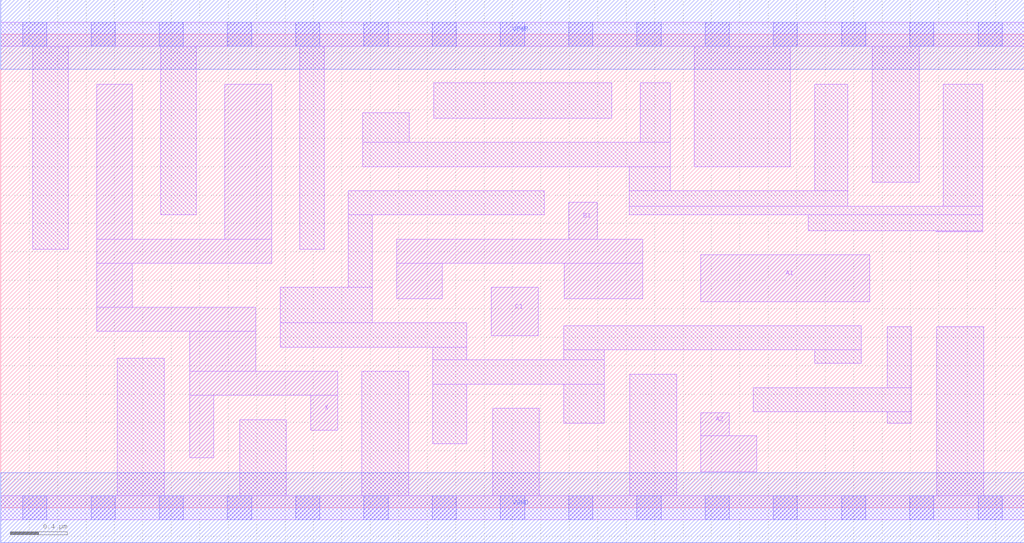
<source format=lef>
# Copyright 2020 The SkyWater PDK Authors
#
# Licensed under the Apache License, Version 2.0 (the "License");
# you may not use this file except in compliance with the License.
# You may obtain a copy of the License at
#
#     https://www.apache.org/licenses/LICENSE-2.0
#
# Unless required by applicable law or agreed to in writing, software
# distributed under the License is distributed on an "AS IS" BASIS,
# WITHOUT WARRANTIES OR CONDITIONS OF ANY KIND, either express or implied.
# See the License for the specific language governing permissions and
# limitations under the License.
#
# SPDX-License-Identifier: Apache-2.0

VERSION 5.7 ;
  NAMESCASESENSITIVE ON ;
  NOWIREEXTENSIONATPIN ON ;
  DIVIDERCHAR "/" ;
  BUSBITCHARS "[]" ;
UNITS
  DATABASE MICRONS 200 ;
END UNITS
MACRO sky130_fd_sc_hs__a211o_4
  CLASS CORE ;
  SOURCE USER ;
  FOREIGN sky130_fd_sc_hs__a211o_4 ;
  ORIGIN  0.000000  0.000000 ;
  SIZE  7.200000 BY  3.330000 ;
  SYMMETRY X Y ;
  SITE unit ;
  PIN A1
    ANTENNAGATEAREA  0.492000 ;
    DIRECTION INPUT ;
    USE SIGNAL ;
    PORT
      LAYER li1 ;
        RECT 4.925000 1.450000 6.115000 1.780000 ;
    END
  END A1
  PIN A2
    ANTENNAGATEAREA  0.492000 ;
    DIRECTION INPUT ;
    USE SIGNAL ;
    PORT
      LAYER li1 ;
        RECT 4.925000 0.255000 5.320000 0.505000 ;
        RECT 4.925000 0.505000 5.125000 0.670000 ;
    END
  END A2
  PIN B1
    ANTENNAGATEAREA  0.492000 ;
    DIRECTION INPUT ;
    USE SIGNAL ;
    PORT
      LAYER li1 ;
        RECT 2.785000 1.470000 3.105000 1.720000 ;
        RECT 2.785000 1.720000 4.515000 1.890000 ;
        RECT 3.965000 1.470000 4.515000 1.720000 ;
        RECT 3.995000 1.890000 4.195000 2.150000 ;
    END
  END B1
  PIN C1
    ANTENNAGATEAREA  0.492000 ;
    DIRECTION INPUT ;
    USE SIGNAL ;
    PORT
      LAYER li1 ;
        RECT 3.450000 1.210000 3.780000 1.550000 ;
    END
  END C1
  PIN X
    ANTENNADIFFAREA  1.086400 ;
    DIRECTION OUTPUT ;
    USE SIGNAL ;
    PORT
      LAYER li1 ;
        RECT 0.675000 1.240000 1.795000 1.410000 ;
        RECT 0.675000 1.410000 0.925000 1.720000 ;
        RECT 0.675000 1.720000 1.905000 1.890000 ;
        RECT 0.675000 1.890000 0.925000 2.980000 ;
        RECT 1.330000 0.350000 1.500000 0.790000 ;
        RECT 1.330000 0.790000 2.370000 0.960000 ;
        RECT 1.330000 0.960000 1.795000 1.240000 ;
        RECT 1.575000 1.890000 1.905000 2.980000 ;
        RECT 2.180000 0.545000 2.370000 0.790000 ;
    END
  END X
  PIN VGND
    DIRECTION INOUT ;
    USE GROUND ;
    PORT
      LAYER met1 ;
        RECT 0.000000 -0.245000 7.200000 0.245000 ;
    END
  END VGND
  PIN VPWR
    DIRECTION INOUT ;
    USE POWER ;
    PORT
      LAYER met1 ;
        RECT 0.000000 3.085000 7.200000 3.575000 ;
    END
  END VPWR
  OBS
    LAYER li1 ;
      RECT 0.000000 -0.085000 7.200000 0.085000 ;
      RECT 0.000000  3.245000 7.200000 3.415000 ;
      RECT 0.225000  1.820000 0.475000 3.245000 ;
      RECT 0.820000  0.085000 1.150000 1.050000 ;
      RECT 1.125000  2.060000 1.375000 3.245000 ;
      RECT 1.680000  0.085000 2.010000 0.620000 ;
      RECT 1.965000  1.130000 3.280000 1.300000 ;
      RECT 1.965000  1.300000 2.615000 1.550000 ;
      RECT 2.105000  1.820000 2.275000 3.245000 ;
      RECT 2.445000  1.550000 2.615000 2.060000 ;
      RECT 2.445000  2.060000 3.825000 2.230000 ;
      RECT 2.540000  0.085000 2.870000 0.960000 ;
      RECT 2.545000  2.400000 4.710000 2.570000 ;
      RECT 2.545000  2.570000 2.875000 2.780000 ;
      RECT 3.040000  0.450000 3.280000 0.870000 ;
      RECT 3.040000  0.870000 4.245000 1.040000 ;
      RECT 3.040000  1.040000 3.280000 1.130000 ;
      RECT 3.045000  2.740000 4.300000 2.990000 ;
      RECT 3.460000  0.085000 3.790000 0.700000 ;
      RECT 3.960000  0.595000 4.245000 0.870000 ;
      RECT 3.960000  1.040000 4.245000 1.110000 ;
      RECT 3.960000  1.110000 6.055000 1.280000 ;
      RECT 4.420000  2.060000 6.910000 2.120000 ;
      RECT 4.420000  2.120000 5.960000 2.230000 ;
      RECT 4.420000  2.230000 4.710000 2.400000 ;
      RECT 4.425000  0.085000 4.755000 0.940000 ;
      RECT 4.500000  2.570000 4.710000 2.990000 ;
      RECT 4.880000  2.400000 5.555000 3.245000 ;
      RECT 5.295000  0.675000 6.405000 0.845000 ;
      RECT 5.680000  1.950000 6.910000 2.060000 ;
      RECT 5.725000  1.015000 6.055000 1.110000 ;
      RECT 5.725000  2.230000 5.960000 2.980000 ;
      RECT 6.130000  2.290000 6.460000 3.245000 ;
      RECT 6.235000  0.595000 6.405000 0.675000 ;
      RECT 6.235000  0.845000 6.405000 1.275000 ;
      RECT 6.580000  1.940000 6.910000 1.950000 ;
      RECT 6.585000  0.085000 6.915000 1.275000 ;
      RECT 6.630000  2.120000 6.910000 2.980000 ;
    LAYER mcon ;
      RECT 0.155000 -0.085000 0.325000 0.085000 ;
      RECT 0.155000  3.245000 0.325000 3.415000 ;
      RECT 0.635000 -0.085000 0.805000 0.085000 ;
      RECT 0.635000  3.245000 0.805000 3.415000 ;
      RECT 1.115000 -0.085000 1.285000 0.085000 ;
      RECT 1.115000  3.245000 1.285000 3.415000 ;
      RECT 1.595000 -0.085000 1.765000 0.085000 ;
      RECT 1.595000  3.245000 1.765000 3.415000 ;
      RECT 2.075000 -0.085000 2.245000 0.085000 ;
      RECT 2.075000  3.245000 2.245000 3.415000 ;
      RECT 2.555000 -0.085000 2.725000 0.085000 ;
      RECT 2.555000  3.245000 2.725000 3.415000 ;
      RECT 3.035000 -0.085000 3.205000 0.085000 ;
      RECT 3.035000  3.245000 3.205000 3.415000 ;
      RECT 3.515000 -0.085000 3.685000 0.085000 ;
      RECT 3.515000  3.245000 3.685000 3.415000 ;
      RECT 3.995000 -0.085000 4.165000 0.085000 ;
      RECT 3.995000  3.245000 4.165000 3.415000 ;
      RECT 4.475000 -0.085000 4.645000 0.085000 ;
      RECT 4.475000  3.245000 4.645000 3.415000 ;
      RECT 4.955000 -0.085000 5.125000 0.085000 ;
      RECT 4.955000  3.245000 5.125000 3.415000 ;
      RECT 5.435000 -0.085000 5.605000 0.085000 ;
      RECT 5.435000  3.245000 5.605000 3.415000 ;
      RECT 5.915000 -0.085000 6.085000 0.085000 ;
      RECT 5.915000  3.245000 6.085000 3.415000 ;
      RECT 6.395000 -0.085000 6.565000 0.085000 ;
      RECT 6.395000  3.245000 6.565000 3.415000 ;
      RECT 6.875000 -0.085000 7.045000 0.085000 ;
      RECT 6.875000  3.245000 7.045000 3.415000 ;
  END
END sky130_fd_sc_hs__a211o_4
END LIBRARY

</source>
